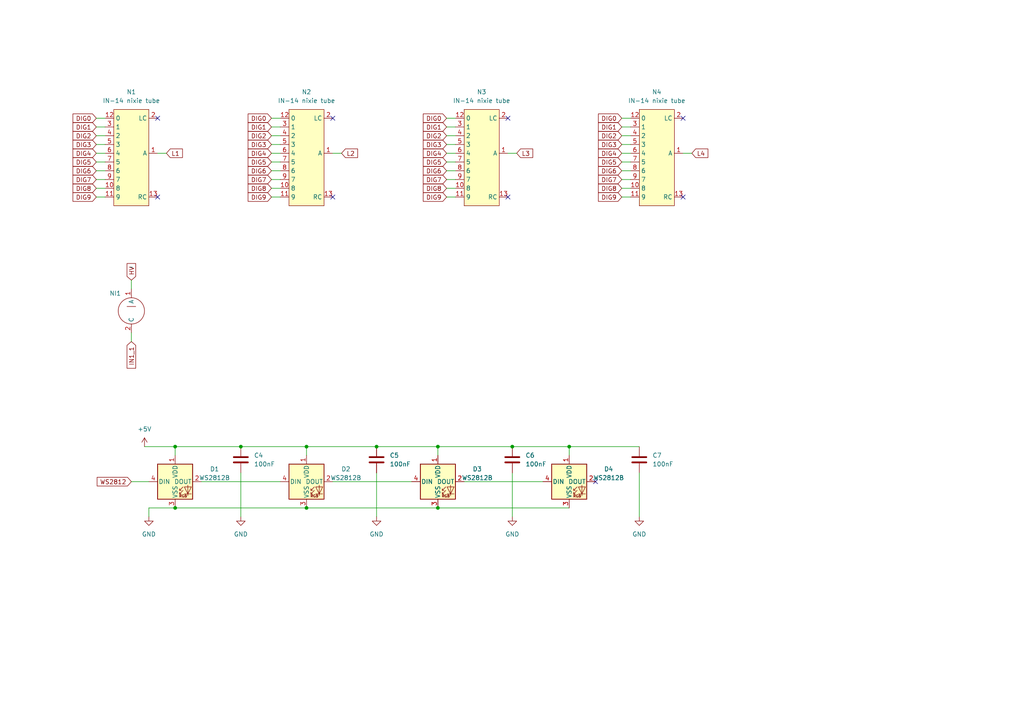
<source format=kicad_sch>
(kicad_sch (version 20230121) (generator eeschema)
  (paper "A4")
  (lib_symbols
    (symbol "Device:C" (pin_numbers hide) (pin_names (offset 0.254))
      (property "Reference" "C" (at 0.635 2.54 0))
      (property "Value" "C" (at 0.635 -2.54 0))
      (symbol "C_0_1"
        (polyline (pts (xy -2.032 -0.762) (xy 2.032 -0.762)) (stroke (width 0.508)))
        (polyline (pts (xy -2.032 0.762) (xy 2.032 0.762)) (stroke (width 0.508)))
      )
      (symbol "C_1_1"
        (pin passive line (at 0 3.81 270) (length 2.794) (name "~") (number "1"))
        (pin passive line (at 0 -3.81 90) (length 2.794) (name "~") (number "2"))
      )
    )
    (symbol "IN-14_nixie_tube_1"
      (property "Reference" "N" (at -2.54 19.05 0))
      (property "Value" "IN-14 nixie tube" (at 0 15.24 0))
      (symbol "IN-14_nixie_tube_1_1_1"
        (rectangle (start -5.08 12.7) (end 5.08 -15.24) (fill (type background)))
        (pin passive line (at 7.62 0 180) (length 2.54) (name "A") (number "1"))
        (pin passive line (at -7.62 -10.16 0) (length 2.54) (name "8") (number "10"))
        (pin passive line (at -7.62 -12.7 0) (length 2.54) (name "9") (number "11"))
        (pin passive line (at -7.62 10.16 0) (length 2.54) (name "0") (number "12"))
        (pin passive line (at 7.62 -12.7 180) (length 2.54) (name "RC") (number "13"))
        (pin passive line (at 7.62 10.16 180) (length 2.54) (name "LC") (number "2"))
        (pin passive line (at -7.62 7.62 0) (length 2.54) (name "1") (number "3"))
        (pin passive line (at -7.62 5.08 0) (length 2.54) (name "2") (number "4"))
        (pin passive line (at -7.62 2.54 0) (length 2.54) (name "3") (number "5"))
        (pin passive line (at -7.62 0 0) (length 2.54) (name "4") (number "6"))
        (pin passive line (at -7.62 -2.54 0) (length 2.54) (name "5") (number "7"))
        (pin passive line (at -7.62 -5.08 0) (length 2.54) (name "6") (number "8"))
        (pin passive line (at -7.62 -7.62 0) (length 2.54) (name "7") (number "9"))
      )
    )
    (symbol "IN-14_nixie_tube_2"
      (property "Reference" "N" (at -2.54 19.05 0))
      (property "Value" "IN-14 nixie tube" (at 0 15.24 0))
      (symbol "IN-14_nixie_tube_2_1_1"
        (rectangle (start -5.08 12.7) (end 5.08 -15.24) (fill (type background)))
        (pin passive line (at 7.62 0 180) (length 2.54) (name "A") (number "1"))
        (pin passive line (at -7.62 -10.16 0) (length 2.54) (name "8") (number "10"))
        (pin passive line (at -7.62 -12.7 0) (length 2.54) (name "9") (number "11"))
        (pin passive line (at -7.62 10.16 0) (length 2.54) (name "0") (number "12"))
        (pin passive line (at 7.62 -12.7 180) (length 2.54) (name "RC") (number "13"))
        (pin passive line (at 7.62 10.16 180) (length 2.54) (name "LC") (number "2"))
        (pin passive line (at -7.62 7.62 0) (length 2.54) (name "1") (number "3"))
        (pin passive line (at -7.62 5.08 0) (length 2.54) (name "2") (number "4"))
        (pin passive line (at -7.62 2.54 0) (length 2.54) (name "3") (number "5"))
        (pin passive line (at -7.62 0 0) (length 2.54) (name "4") (number "6"))
        (pin passive line (at -7.62 -2.54 0) (length 2.54) (name "5") (number "7"))
        (pin passive line (at -7.62 -5.08 0) (length 2.54) (name "6") (number "8"))
        (pin passive line (at -7.62 -7.62 0) (length 2.54) (name "7") (number "9"))
      )
    )
    (symbol "LED:WS2812B" (pin_names (offset 0.254))
      (property "Reference" "D" (at 5.08 5.715 0))
      (property "Value" "WS2812B" (at 1.27 -5.715 0))
      (symbol "WS2812B_0_0"
        (text "RGB" (at 2.286 -4.191 0) (effects (font (size 0.762 0.762))))
      )
      (symbol "WS2812B_0_1"
        (polyline (pts (xy 1.27 -3.556) (xy 1.778 -3.556)))
        (polyline (pts (xy 1.27 -2.54) (xy 1.778 -2.54)))
        (polyline (pts (xy 4.699 -3.556) (xy 2.667 -3.556)))
        (polyline (pts (xy 2.286 -2.54) (xy 1.27 -3.556) (xy 1.27 -3.048)))
        (polyline (pts (xy 2.286 -1.524) (xy 1.27 -2.54) (xy 1.27 -2.032)))
        (polyline (pts (xy 3.683 -1.016) (xy 3.683 -3.556) (xy 3.683 -4.064)))
        (polyline (pts (xy 4.699 -1.524) (xy 2.667 -1.524) (xy 3.683 -3.556) (xy 4.699 -1.524)))
        (rectangle (start 5.08 5.08) (end -5.08 -5.08) (stroke (width 0.254)) (fill (type background)))
      )
      (symbol "WS2812B_1_1"
        (pin power_in line (at 0 7.62 270) (length 2.54) (name "VDD") (number "1"))
        (pin output line (at 7.62 0 180) (length 2.54) (name "DOUT") (number "2"))
        (pin power_in line (at 0 -7.62 90) (length 2.54) (name "VSS") (number "3"))
        (pin input line (at -7.62 0 0) (length 2.54) (name "DIN") (number "4"))
      )
    )
    (symbol "power:+5V" (power) (pin_names (offset 0))
      (property "Value" "+5V" (at 0 3.556 0))
      (symbol "+5V_0_1"
        (polyline (pts (xy -0.762 1.27) (xy 0 2.54)))
        (polyline (pts (xy 0 0) (xy 0 2.54)))
        (polyline (pts (xy 0 2.54) (xy 0.762 1.27)))
      )
      (symbol "+5V_1_1"
        (pin power_in line (at 0 0 90) (length 0) hide (name "+5V") (number "1"))
      )
    )
    (symbol "power:GND" (power) (pin_names (offset 0))
      (property "Value" "GND" (at 0 -3.81 0))
      (symbol "GND_0_1"
        (polyline (pts (xy 0 0) (xy 0 -1.27) (xy 1.27 -1.27) (xy 0 -2.54) (xy -1.27 -1.27) (xy 0 -1.27)))
      )
      (symbol "GND_1_1"
        (pin power_in line (at 0 0 270) (length 0) hide (name "GND") (number "1"))
      )
    )
    (symbol "project_library:IN-14_nixie_tube"
      (property "Reference" "N" (at -2.54 19.05 0))
      (property "Value" "IN-14 nixie tube" (at 0 15.24 0))
      (symbol "IN-14_nixie_tube_1_1"
        (rectangle (start -5.08 12.7) (end 5.08 -15.24) (fill (type background)))
        (pin passive line (at 7.62 0 180) (length 2.54) (name "A") (number "1"))
        (pin passive line (at -7.62 -10.16 0) (length 2.54) (name "8") (number "10"))
        (pin passive line (at -7.62 -12.7 0) (length 2.54) (name "9") (number "11"))
        (pin passive line (at -7.62 10.16 0) (length 2.54) (name "0") (number "12"))
        (pin passive line (at 7.62 -12.7 180) (length 2.54) (name "RC") (number "13"))
        (pin passive line (at 7.62 10.16 180) (length 2.54) (name "LC") (number "2"))
        (pin passive line (at -7.62 7.62 0) (length 2.54) (name "1") (number "3"))
        (pin passive line (at -7.62 5.08 0) (length 2.54) (name "2") (number "4"))
        (pin passive line (at -7.62 2.54 0) (length 2.54) (name "3") (number "5"))
        (pin passive line (at -7.62 0 0) (length 2.54) (name "4") (number "6"))
        (pin passive line (at -7.62 -2.54 0) (length 2.54) (name "5") (number "7"))
        (pin passive line (at -7.62 -5.08 0) (length 2.54) (name "6") (number "8"))
        (pin passive line (at -7.62 -7.62 0) (length 2.54) (name "7") (number "9"))
      )
    )
    (symbol "project_library:IN-3_indicator"
      (property "Reference" "NI" (at -3.81 5.08 0))
      (property "Value" "IN-3 indicator" (at 0 12.7 0))
      (symbol "IN-3_indicator_0_1"
        (polyline (pts (xy -1.27 1.27) (xy 1.27 1.27)))
        (circle (center 0 0) (radius 3.81))
      )
      (symbol "IN-3_indicator_1_1"
        (pin passive line (at 0 6.35 270) (length 2.54) (name "A") (number "1"))
        (pin passive line (at 0 -6.35 90) (length 2.54) (name "C") (number "2"))
      )
    )
  )
  (junction (at 50.8 129.54))
  (junction (at 69.85 129.54))
  (junction (at 127 147.32))
  (junction (at 88.9 147.32))
  (junction (at 148.59 129.54))
  (junction (at 50.8 147.32))
  (junction (at 109.22 129.54))
  (junction (at 165.1 129.54))
  (junction (at 127 129.54))
  (junction (at 88.9 129.54))
  (no_connect (at 147.32 34.29))
  (no_connect (at 45.72 57.15))
  (no_connect (at 45.72 34.29))
  (no_connect (at 147.32 57.15))
  (no_connect (at 96.52 34.29))
  (no_connect (at 172.72 139.7))
  (no_connect (at 96.52 57.15))
  (no_connect (at 198.12 57.15))
  (no_connect (at 198.12 34.29))
  (wire (pts (xy 180.34 39.37) (xy 182.88 39.37)))
  (wire (pts (xy 43.18 147.32) (xy 50.8 147.32)))
  (wire (pts (xy 109.22 137.16) (xy 109.22 149.86)))
  (wire (pts (xy 38.1 81.28) (xy 38.1 83.82)))
  (wire (pts (xy 78.74 46.99) (xy 81.28 46.99)))
  (wire (pts (xy 78.74 54.61) (xy 81.28 54.61)))
  (wire (pts (xy 148.59 129.54) (xy 165.1 129.54)))
  (wire (pts (xy 27.94 46.99) (xy 30.48 46.99)))
  (wire (pts (xy 27.94 57.15) (xy 30.48 57.15)))
  (wire (pts (xy 180.34 49.53) (xy 182.88 49.53)))
  (wire (pts (xy 50.8 147.32) (xy 88.9 147.32)))
  (wire (pts (xy 78.74 39.37) (xy 81.28 39.37)))
  (wire (pts (xy 134.62 139.7) (xy 157.48 139.7)))
  (wire (pts (xy 180.34 52.07) (xy 182.88 52.07)))
  (wire (pts (xy 180.34 34.29) (xy 182.88 34.29)))
  (wire (pts (xy 27.94 52.07) (xy 30.48 52.07)))
  (wire (pts (xy 127 147.32) (xy 165.1 147.32)))
  (wire (pts (xy 78.74 41.91) (xy 81.28 41.91)))
  (wire (pts (xy 69.85 129.54) (xy 88.9 129.54)))
  (wire (pts (xy 27.94 41.91) (xy 30.48 41.91)))
  (wire (pts (xy 109.22 129.54) (xy 127 129.54)))
  (wire (pts (xy 129.54 52.07) (xy 132.08 52.07)))
  (wire (pts (xy 27.94 36.83) (xy 30.48 36.83)))
  (wire (pts (xy 127 129.54) (xy 127 132.08)))
  (wire (pts (xy 78.74 44.45) (xy 81.28 44.45)))
  (wire (pts (xy 127 129.54) (xy 148.59 129.54)))
  (wire (pts (xy 147.32 44.45) (xy 149.86 44.45)))
  (wire (pts (xy 43.18 147.32) (xy 43.18 149.86)))
  (wire (pts (xy 27.94 39.37) (xy 30.48 39.37)))
  (wire (pts (xy 129.54 34.29) (xy 132.08 34.29)))
  (wire (pts (xy 27.94 34.29) (xy 30.48 34.29)))
  (wire (pts (xy 180.34 36.83) (xy 182.88 36.83)))
  (wire (pts (xy 78.74 57.15) (xy 81.28 57.15)))
  (wire (pts (xy 180.34 44.45) (xy 182.88 44.45)))
  (wire (pts (xy 185.42 137.16) (xy 185.42 149.86)))
  (wire (pts (xy 129.54 46.99) (xy 132.08 46.99)))
  (wire (pts (xy 96.52 44.45) (xy 99.06 44.45)))
  (wire (pts (xy 165.1 129.54) (xy 185.42 129.54)))
  (wire (pts (xy 41.91 129.54) (xy 50.8 129.54)))
  (wire (pts (xy 129.54 41.91) (xy 132.08 41.91)))
  (wire (pts (xy 27.94 44.45) (xy 30.48 44.45)))
  (wire (pts (xy 78.74 49.53) (xy 81.28 49.53)))
  (wire (pts (xy 88.9 129.54) (xy 88.9 132.08)))
  (wire (pts (xy 129.54 44.45) (xy 132.08 44.45)))
  (wire (pts (xy 78.74 52.07) (xy 81.28 52.07)))
  (wire (pts (xy 180.34 46.99) (xy 182.88 46.99)))
  (wire (pts (xy 96.52 139.7) (xy 119.38 139.7)))
  (wire (pts (xy 165.1 129.54) (xy 165.1 132.08)))
  (wire (pts (xy 129.54 36.83) (xy 132.08 36.83)))
  (wire (pts (xy 78.74 34.29) (xy 81.28 34.29)))
  (wire (pts (xy 180.34 41.91) (xy 182.88 41.91)))
  (wire (pts (xy 129.54 49.53) (xy 132.08 49.53)))
  (wire (pts (xy 129.54 39.37) (xy 132.08 39.37)))
  (wire (pts (xy 69.85 137.16) (xy 69.85 149.86)))
  (wire (pts (xy 180.34 57.15) (xy 182.88 57.15)))
  (wire (pts (xy 180.34 54.61) (xy 182.88 54.61)))
  (wire (pts (xy 198.12 44.45) (xy 200.66 44.45)))
  (wire (pts (xy 27.94 49.53) (xy 30.48 49.53)))
  (wire (pts (xy 50.8 129.54) (xy 50.8 132.08)))
  (wire (pts (xy 50.8 129.54) (xy 69.85 129.54)))
  (wire (pts (xy 129.54 54.61) (xy 132.08 54.61)))
  (wire (pts (xy 38.1 139.7) (xy 43.18 139.7)))
  (wire (pts (xy 38.1 99.06) (xy 38.1 96.52)))
  (wire (pts (xy 129.54 57.15) (xy 132.08 57.15)))
  (wire (pts (xy 27.94 54.61) (xy 30.48 54.61)))
  (wire (pts (xy 88.9 147.32) (xy 127 147.32)))
  (wire (pts (xy 78.74 36.83) (xy 81.28 36.83)))
  (wire (pts (xy 58.42 139.7) (xy 81.28 139.7)))
  (wire (pts (xy 88.9 129.54) (xy 109.22 129.54)))
  (wire (pts (xy 45.72 44.45) (xy 48.26 44.45)))
  (wire (pts (xy 148.59 137.16) (xy 148.59 149.86)))
  (global_label "DIG6" (shape input) (at 129.54 49.53 180) (property "Intersheetrefs" "${INTERSHEET_REFS}" (effects hide)))
  (global_label "DIG9" (shape input) (at 129.54 57.15 180) (property "Intersheetrefs" "${INTERSHEET_REFS}" (effects hide)))
  (global_label "L2" (shape input) (at 99.06 44.45 0) (property "Intersheetrefs" "${INTERSHEET_REFS}" (effects hide)))
  (global_label "DIG3" (shape input) (at 129.54 41.91 180) (property "Intersheetrefs" "${INTERSHEET_REFS}" (effects hide)))
  (global_label "L3" (shape input) (at 149.86 44.45 0) (property "Intersheetrefs" "${INTERSHEET_REFS}" (effects hide)))
  (global_label "DIG0" (shape input) (at 78.74 34.29 180) (property "Intersheetrefs" "${INTERSHEET_REFS}" (effects hide)))
  (global_label "DIG4" (shape input) (at 129.54 44.45 180) (property "Intersheetrefs" "${INTERSHEET_REFS}" (effects hide)))
  (global_label "DIG8" (shape input) (at 180.34 54.61 180) (property "Intersheetrefs" "${INTERSHEET_REFS}" (effects hide)))
  (global_label "DIG1" (shape input) (at 180.34 36.83 180) (property "Intersheetrefs" "${INTERSHEET_REFS}" (effects hide)))
  (global_label "DIG6" (shape input) (at 180.34 49.53 180) (property "Intersheetrefs" "${INTERSHEET_REFS}" (effects hide)))
  (global_label "DIG0" (shape input) (at 27.94 34.29 180) (property "Intersheetrefs" "${INTERSHEET_REFS}" (effects hide)))
  (global_label "DIG9" (shape input) (at 180.34 57.15 180) (property "Intersheetrefs" "${INTERSHEET_REFS}" (effects hide)))
  (global_label "DIG8" (shape input) (at 27.94 54.61 180) (property "Intersheetrefs" "${INTERSHEET_REFS}" (effects hide)))
  (global_label "DIG3" (shape input) (at 78.74 41.91 180) (property "Intersheetrefs" "${INTERSHEET_REFS}" (effects hide)))
  (global_label "DIG6" (shape input) (at 78.74 49.53 180) (property "Intersheetrefs" "${INTERSHEET_REFS}" (effects hide)))
  (global_label "DIG5" (shape input) (at 180.34 46.99 180) (property "Intersheetrefs" "${INTERSHEET_REFS}" (effects hide)))
  (global_label "DIG5" (shape input) (at 78.74 46.99 180) (property "Intersheetrefs" "${INTERSHEET_REFS}" (effects hide)))
  (global_label "DIG3" (shape input) (at 27.94 41.91 180) (property "Intersheetrefs" "${INTERSHEET_REFS}" (effects hide)))
  (global_label "DIG1" (shape input) (at 129.54 36.83 180) (property "Intersheetrefs" "${INTERSHEET_REFS}" (effects hide)))
  (global_label "DIG7" (shape input) (at 180.34 52.07 180) (property "Intersheetrefs" "${INTERSHEET_REFS}" (effects hide)))
  (global_label "DIG1" (shape input) (at 78.74 36.83 180) (property "Intersheetrefs" "${INTERSHEET_REFS}" (effects hide)))
  (global_label "DIG5" (shape input) (at 27.94 46.99 180) (property "Intersheetrefs" "${INTERSHEET_REFS}" (effects hide)))
  (global_label "DIG7" (shape input) (at 27.94 52.07 180) (property "Intersheetrefs" "${INTERSHEET_REFS}" (effects hide)))
  (global_label "DIG6" (shape input) (at 27.94 49.53 180) (property "Intersheetrefs" "${INTERSHEET_REFS}" (effects hide)))
  (global_label "DIG2" (shape input) (at 78.74 39.37 180) (property "Intersheetrefs" "${INTERSHEET_REFS}" (effects hide)))
  (global_label "DIG7" (shape input) (at 129.54 52.07 180) (property "Intersheetrefs" "${INTERSHEET_REFS}" (effects hide)))
  (global_label "IN1_1" (shape input) (at 38.1 99.06 270) (property "Intersheetrefs" "${INTERSHEET_REFS}" (effects hide)))
  (global_label "L4" (shape input) (at 200.66 44.45 0) (property "Intersheetrefs" "${INTERSHEET_REFS}" (effects hide)))
  (global_label "DIG4" (shape input) (at 27.94 44.45 180) (property "Intersheetrefs" "${INTERSHEET_REFS}" (effects hide)))
  (global_label "DIG1" (shape input) (at 27.94 36.83 180) (property "Intersheetrefs" "${INTERSHEET_REFS}" (effects hide)))
  (global_label "DIG4" (shape input) (at 78.74 44.45 180) (property "Intersheetrefs" "${INTERSHEET_REFS}" (effects hide)))
  (global_label "DIG0" (shape input) (at 180.34 34.29 180) (property "Intersheetrefs" "${INTERSHEET_REFS}" (effects hide)))
  (global_label "DIG5" (shape input) (at 129.54 46.99 180) (property "Intersheetrefs" "${INTERSHEET_REFS}" (effects hide)))
  (global_label "DIG9" (shape input) (at 27.94 57.15 180) (property "Intersheetrefs" "${INTERSHEET_REFS}" (effects hide)))
  (global_label "L1" (shape input) (at 48.26 44.45 0) (property "Intersheetrefs" "${INTERSHEET_REFS}" (effects hide)))
  (global_label "DIG4" (shape input) (at 180.34 44.45 180) (property "Intersheetrefs" "${INTERSHEET_REFS}" (effects hide)))
  (global_label "DIG2" (shape input) (at 27.94 39.37 180) (property "Intersheetrefs" "${INTERSHEET_REFS}" (effects hide)))
  (global_label "DIG2" (shape input) (at 180.34 39.37 180) (property "Intersheetrefs" "${INTERSHEET_REFS}" (effects hide)))
  (global_label "DIG3" (shape input) (at 180.34 41.91 180) (property "Intersheetrefs" "${INTERSHEET_REFS}" (effects hide)))
  (global_label "DIG2" (shape input) (at 129.54 39.37 180) (property "Intersheetrefs" "${INTERSHEET_REFS}" (effects hide)))
  (global_label "HV" (shape input) (at 38.1 81.28 90) (property "Intersheetrefs" "${INTERSHEET_REFS}" (effects hide)))
  (global_label "WS2812" (shape input) (at 38.1 139.7 180) (property "Intersheetrefs" "${INTERSHEET_REFS}" (effects hide)))
  (global_label "DIG8" (shape input) (at 129.54 54.61 180) (property "Intersheetrefs" "${INTERSHEET_REFS}" (effects hide)))
  (global_label "DIG9" (shape input) (at 78.74 57.15 180) (property "Intersheetrefs" "${INTERSHEET_REFS}" (effects hide)))
  (global_label "DIG0" (shape input) (at 129.54 34.29 180) (property "Intersheetrefs" "${INTERSHEET_REFS}" (effects hide)))
  (global_label "DIG8" (shape input) (at 78.74 54.61 180) (property "Intersheetrefs" "${INTERSHEET_REFS}" (effects hide)))
  (global_label "DIG7" (shape input) (at 78.74 52.07 180) (property "Intersheetrefs" "${INTERSHEET_REFS}" (effects hide)))
  (symbol (lib_id "Device:C") (at 148.59 133.35 0) (unit 1)
    (property "Reference" "C6" (at 152.4 132.08 0) (effects (justify left)))
    (property "Value" "100nF" (at 152.4 134.62 0) (effects (justify left)))
    (property "Footprint" "Capacitor_SMD:C_0805_2012Metric_Pad1.18x1.45mm_HandSolder" (effects hide))
  )
  (symbol (lib_id "Device:C") (at 109.22 133.35 0) (unit 1)
    (property "Reference" "C5" (at 113.03 132.08 0) (effects (justify left)))
    (property "Value" "100nF" (at 113.03 134.62 0) (effects (justify left)))
    (property "Footprint" "Capacitor_SMD:C_0805_2012Metric_Pad1.18x1.45mm_HandSolder" (effects hide))
  )
  (symbol (lib_id "project_library:IN-14_nixie_tube") (at 190.5 44.45 0) (unit 1)
    (property "Reference" "N4" (at 190.5 26.67 0))
    (property "Value" "IN-14 nixie tube" (at 190.5 29.21 0))
    (property "Footprint" "project_library:IN-14_nixie_tube" (effects hide))
  )
  (symbol (lib_id "power:GND") (at 69.85 149.86 0) (unit 1)
    (property "Reference" "#PWR022" (effects hide))
    (property "Value" "GND" (at 69.85 154.94 0))
  )
  (symbol (lib_name "IN-14_nixie_tube_2") (lib_id "project_library:IN-14_nixie_tube") (at 88.9 44.45 0) (unit 1)
    (property "Reference" "N2" (at 88.9 26.67 0))
    (property "Value" "IN-14 nixie tube" (at 88.9 29.21 0))
    (property "Footprint" "project_library:IN-14_nixie_tube" (effects hide))
  )
  (symbol (lib_id "project_library:IN-3_indicator") (at 38.1 90.17 0) (unit 1)
    (property "Reference" "NI1" (at 31.75 85.09 0) (effects (justify left)))
    (property "Value" "~" (at 38.1 77.47 0))
    (property "Footprint" "project_library:IN-3_indicator" (effects hide))
  )
  (symbol (lib_id "LED:WS2812B") (at 50.8 139.7 0) (unit 1)
    (property "Reference" "D1" (at 62.23 136.0521 0))
    (property "Value" "WS2812B" (at 62.23 138.5921 0))
    (property "Footprint" "LED_SMD:LED_WS2812B_PLCC4_5.0x5.0mm_P3.2mm" (effects hide))
    (property "Datasheet" "https://cdn-shop.adafruit.com/datasheets/WS2812B.pdf" (effects hide))
  )
  (symbol (lib_id "power:GND") (at 185.42 149.86 0) (unit 1)
    (property "Reference" "#PWR029" (effects hide))
    (property "Value" "GND" (at 185.42 154.94 0))
  )
  (symbol (lib_id "power:GND") (at 109.22 149.86 0) (unit 1)
    (property "Reference" "#PWR027" (effects hide))
    (property "Value" "GND" (at 109.22 154.94 0))
  )
  (symbol (lib_id "LED:WS2812B") (at 127 139.7 0) (unit 1)
    (property "Reference" "D3" (at 138.43 136.0521 0))
    (property "Value" "WS2812B" (at 138.43 138.5921 0))
    (property "Footprint" "LED_SMD:LED_WS2812B_PLCC4_5.0x5.0mm_P3.2mm" (effects hide))
    (property "Datasheet" "https://cdn-shop.adafruit.com/datasheets/WS2812B.pdf" (effects hide))
  )
  (symbol (lib_id "LED:WS2812B") (at 88.9 139.7 0) (unit 1)
    (property "Reference" "D2" (at 100.33 136.0521 0))
    (property "Value" "WS2812B" (at 100.33 138.5921 0))
    (property "Footprint" "LED_SMD:LED_WS2812B_PLCC4_5.0x5.0mm_P3.2mm" (effects hide))
    (property "Datasheet" "https://cdn-shop.adafruit.com/datasheets/WS2812B.pdf" (effects hide))
  )
  (symbol (lib_id "Device:C") (at 69.85 133.35 0) (unit 1)
    (property "Reference" "C4" (at 73.66 132.08 0) (effects (justify left)))
    (property "Value" "100nF" (at 73.66 134.62 0) (effects (justify left)))
    (property "Footprint" "Capacitor_SMD:C_0805_2012Metric_Pad1.18x1.45mm_HandSolder" (effects hide))
  )
  (symbol (lib_id "Device:C") (at 185.42 133.35 0) (unit 1)
    (property "Reference" "C7" (at 189.23 132.08 0) (effects (justify left)))
    (property "Value" "100nF" (at 189.23 134.62 0) (effects (justify left)))
    (property "Footprint" "Capacitor_SMD:C_0805_2012Metric_Pad1.18x1.45mm_HandSolder" (effects hide))
  )
  (symbol (lib_id "project_library:IN-14_nixie_tube") (at 139.7 44.45 0) (unit 1)
    (property "Reference" "N3" (at 139.7 26.67 0))
    (property "Value" "IN-14 nixie tube" (at 139.7 29.21 0))
    (property "Footprint" "project_library:IN-14_nixie_tube" (effects hide))
  )
  (symbol (lib_id "power:GND") (at 43.18 149.86 0) (unit 1)
    (property "Reference" "#PWR026" (effects hide))
    (property "Value" "GND" (at 43.18 154.94 0))
  )
  (symbol (lib_id "LED:WS2812B") (at 165.1 139.7 0) (unit 1)
    (property "Reference" "D4" (at 176.53 136.0521 0))
    (property "Value" "WS2812B" (at 176.53 138.5921 0))
    (property "Footprint" "LED_SMD:LED_WS2812B_PLCC4_5.0x5.0mm_P3.2mm" (effects hide))
    (property "Datasheet" "https://cdn-shop.adafruit.com/datasheets/WS2812B.pdf" (effects hide))
  )
  (symbol (lib_id "power:GND") (at 148.59 149.86 0) (unit 1)
    (property "Reference" "#PWR028" (effects hide))
    (property "Value" "GND" (at 148.59 154.94 0))
  )
  (symbol (lib_id "power:+5V") (at 41.91 129.54 0) (unit 1)
    (property "Reference" "#PWR025" (effects hide))
    (property "Value" "+5V" (at 41.91 124.46 0))
  )
  (symbol (lib_name "IN-14_nixie_tube_1") (lib_id "project_library:IN-14_nixie_tube") (at 38.1 44.45 0) (unit 1)
    (property "Reference" "N1" (at 38.1 26.67 0))
    (property "Value" "IN-14 nixie tube" (at 38.1 29.21 0))
    (property "Footprint" "project_library:IN-14_nixie_tube" (effects hide))
  )
)
</source>
